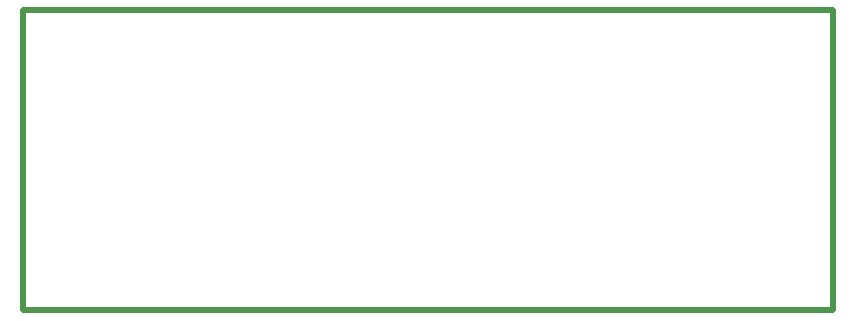
<source format=gm1>
G04*
G04 #@! TF.GenerationSoftware,Altium Limited,Altium Designer,24.8.2 (39)*
G04*
G04 Layer_Color=16711935*
%FSLAX25Y25*%
%MOIN*%
G70*
G04*
G04 #@! TF.SameCoordinates,D8F2EBC3-14D6-4E67-A03A-7C1A90F15A13*
G04*
G04*
G04 #@! TF.FilePolarity,Positive*
G04*
G01*
G75*
%ADD70C,0.02000*%
D70*
X0Y0D02*
Y100000D01*
X270000D01*
Y0D02*
Y100000D01*
X0Y0D02*
X270000D01*
M02*

</source>
